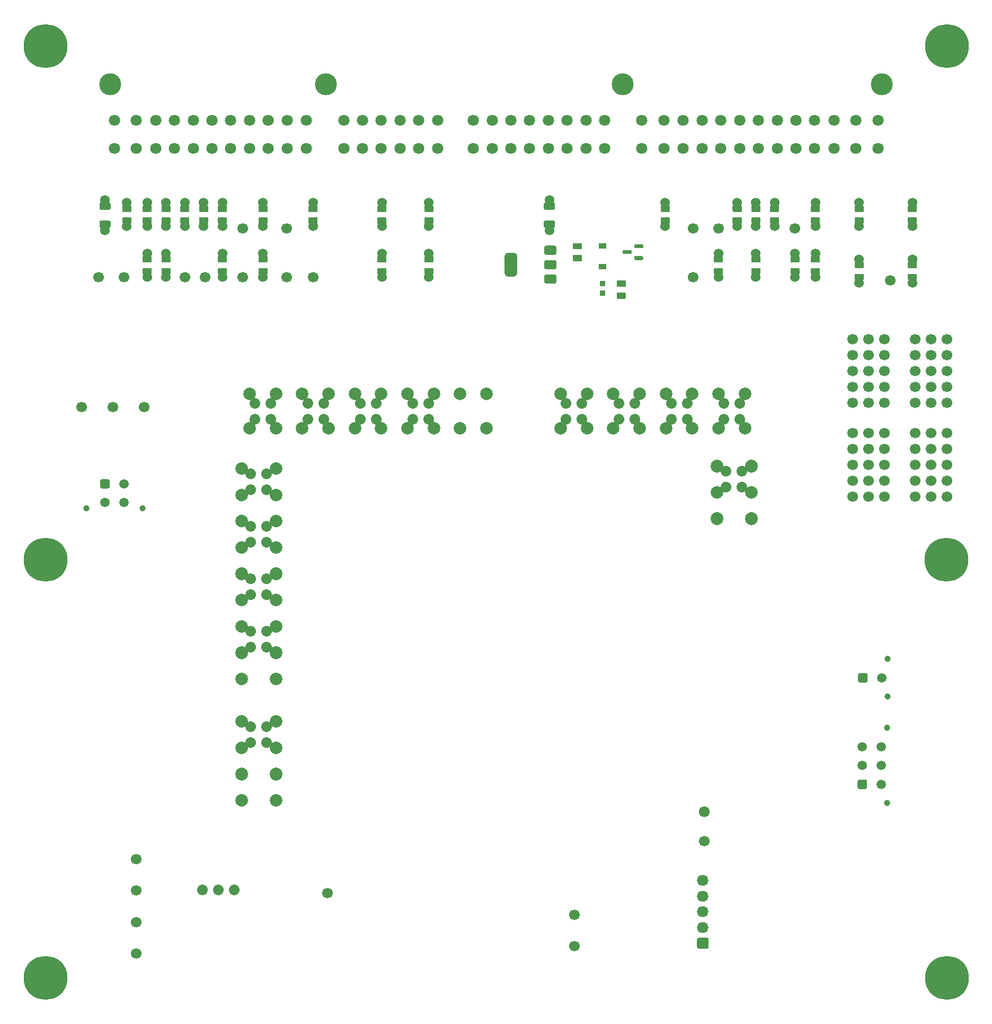
<source format=gts>
G75*
G70*
%OFA0B0*%
%FSLAX25Y25*%
%IPPOS*%
%LPD*%
%AMOC8*
5,1,8,0,0,1.08239X$1,22.5*
%
%ADD10C,0.06000*%
%ADD11C,0.06693*%
%ADD12C,0.05906*%
%ADD13C,0.27559*%
%ADD14C,0.07087*%
%ADD15C,0.07874*%
%ADD16O,0.07283X0.06693*%
%ADD21C,0.03937*%
%ADD24C,0.13780*%
%ADD36O,0.06693X0.06693*%
X0000000Y0000000D02*
%LPD*%
G01*
D10*
X0119094Y0492500D03*
G36*
G01*
X0121555Y0494291D02*
X0116634Y0494291D01*
G75*
G02*
X0116240Y0494685I0000000J0000394D01*
G01*
X0116240Y0497835D01*
G75*
G02*
X0116634Y0498228I0000394J0000000D01*
G01*
X0121555Y0498228D01*
G75*
G02*
X0121949Y0497835I0000000J-000394D01*
G01*
X0121949Y0494685D01*
G75*
G02*
X0121555Y0494291I-000394J0000000D01*
G01*
G37*
G36*
G01*
X0121555Y0501772D02*
X0116634Y0501772D01*
G75*
G02*
X0116240Y0502165I0000000J0000394D01*
G01*
X0116240Y0505315D01*
G75*
G02*
X0116634Y0505709I0000394J0000000D01*
G01*
X0121555Y0505709D01*
G75*
G02*
X0121949Y0505315I0000000J-000394D01*
G01*
X0121949Y0502165D01*
G75*
G02*
X0121555Y0501772I-000394J0000000D01*
G01*
G37*
X0119094Y0507500D03*
X0095472Y0492500D03*
G36*
G01*
X0097933Y0494291D02*
X0093012Y0494291D01*
G75*
G02*
X0092618Y0494685I0000000J0000394D01*
G01*
X0092618Y0497835D01*
G75*
G02*
X0093012Y0498228I0000394J0000000D01*
G01*
X0097933Y0498228D01*
G75*
G02*
X0098327Y0497835I0000000J-000394D01*
G01*
X0098327Y0494685D01*
G75*
G02*
X0097933Y0494291I-000394J0000000D01*
G01*
G37*
G36*
G01*
X0097933Y0501772D02*
X0093012Y0501772D01*
G75*
G02*
X0092618Y0502165I0000000J0000394D01*
G01*
X0092618Y0505315D01*
G75*
G02*
X0093012Y0505709I0000394J0000000D01*
G01*
X0097933Y0505709D01*
G75*
G02*
X0098327Y0505315I0000000J-000394D01*
G01*
X0098327Y0502165D01*
G75*
G02*
X0097933Y0501772I-000394J0000000D01*
G01*
G37*
X0095472Y0507500D03*
D11*
X0187992Y0460630D03*
D10*
X0466535Y0492500D03*
G36*
G01*
X0468996Y0494291D02*
X0464075Y0494291D01*
G75*
G02*
X0463681Y0494685I0000000J0000394D01*
G01*
X0463681Y0497835D01*
G75*
G02*
X0464075Y0498228I0000394J0000000D01*
G01*
X0468996Y0498228D01*
G75*
G02*
X0469390Y0497835I0000000J-000394D01*
G01*
X0469390Y0494685D01*
G75*
G02*
X0468996Y0494291I-000394J0000000D01*
G01*
G37*
G36*
G01*
X0468996Y0501772D02*
X0464075Y0501772D01*
G75*
G02*
X0463681Y0502165I0000000J0000394D01*
G01*
X0463681Y0505315D01*
G75*
G02*
X0464075Y0505709I0000394J0000000D01*
G01*
X0468996Y0505709D01*
G75*
G02*
X0469390Y0505315I0000000J-000394D01*
G01*
X0469390Y0502165D01*
G75*
G02*
X0468996Y0501772I-000394J0000000D01*
G01*
G37*
X0466535Y0507500D03*
D11*
X0076772Y0074803D03*
X0427165Y0460630D03*
D10*
X0454724Y0492500D03*
G36*
G01*
X0457185Y0494291D02*
X0452264Y0494291D01*
G75*
G02*
X0451870Y0494685I0000000J0000394D01*
G01*
X0451870Y0497835D01*
G75*
G02*
X0452264Y0498228I0000394J0000000D01*
G01*
X0457185Y0498228D01*
G75*
G02*
X0457579Y0497835I0000000J-000394D01*
G01*
X0457579Y0494685D01*
G75*
G02*
X0457185Y0494291I-000394J0000000D01*
G01*
G37*
G36*
G01*
X0457185Y0501772D02*
X0452264Y0501772D01*
G75*
G02*
X0451870Y0502165I0000000J0000394D01*
G01*
X0451870Y0505315D01*
G75*
G02*
X0452264Y0505709I0000394J0000000D01*
G01*
X0457185Y0505709D01*
G75*
G02*
X0457579Y0505315I0000000J-000394D01*
G01*
X0457579Y0502165D01*
G75*
G02*
X0457185Y0501772I-000394J0000000D01*
G01*
G37*
X0454724Y0507500D03*
X0187992Y0492500D03*
G36*
G01*
X0190453Y0494291D02*
X0185531Y0494291D01*
G75*
G02*
X0185138Y0494685I0000000J0000394D01*
G01*
X0185138Y0497835D01*
G75*
G02*
X0185531Y0498228I0000394J0000000D01*
G01*
X0190453Y0498228D01*
G75*
G02*
X0190846Y0497835I0000000J-000394D01*
G01*
X0190846Y0494685D01*
G75*
G02*
X0190453Y0494291I-000394J0000000D01*
G01*
G37*
G36*
G01*
X0190453Y0501772D02*
X0185531Y0501772D01*
G75*
G02*
X0185138Y0502165I0000000J0000394D01*
G01*
X0185138Y0505315D01*
G75*
G02*
X0185531Y0505709I0000394J0000000D01*
G01*
X0190453Y0505709D01*
G75*
G02*
X0190846Y0505315I0000000J-000394D01*
G01*
X0190846Y0502165D01*
G75*
G02*
X0190453Y0501772I-000394J0000000D01*
G01*
G37*
X0187992Y0507500D03*
X0491142Y0460630D03*
G36*
G01*
X0493602Y0462421D02*
X0488681Y0462421D01*
G75*
G02*
X0488287Y0462815I0000000J0000394D01*
G01*
X0488287Y0465965D01*
G75*
G02*
X0488681Y0466358I0000394J0000000D01*
G01*
X0493602Y0466358D01*
G75*
G02*
X0493996Y0465965I0000000J-000394D01*
G01*
X0493996Y0462815D01*
G75*
G02*
X0493602Y0462421I-000394J0000000D01*
G01*
G37*
G36*
G01*
X0493602Y0469902D02*
X0488681Y0469902D01*
G75*
G02*
X0488287Y0470295I0000000J0000394D01*
G01*
X0488287Y0473445D01*
G75*
G02*
X0488681Y0473839I0000394J0000000D01*
G01*
X0493602Y0473839D01*
G75*
G02*
X0493996Y0473445I0000000J-000394D01*
G01*
X0493996Y0470295D01*
G75*
G02*
X0493602Y0469902I-000394J0000000D01*
G01*
G37*
X0491142Y0475630D03*
X0156496Y0460630D03*
G36*
G01*
X0158957Y0462421D02*
X0154035Y0462421D01*
G75*
G02*
X0153642Y0462815I0000000J0000394D01*
G01*
X0153642Y0465965D01*
G75*
G02*
X0154035Y0466358I0000394J0000000D01*
G01*
X0158957Y0466358D01*
G75*
G02*
X0159350Y0465965I0000000J-000394D01*
G01*
X0159350Y0462815D01*
G75*
G02*
X0158957Y0462421I-000394J0000000D01*
G01*
G37*
G36*
G01*
X0158957Y0469902D02*
X0154035Y0469902D01*
G75*
G02*
X0153642Y0470295I0000000J0000394D01*
G01*
X0153642Y0473445D01*
G75*
G02*
X0154035Y0473839I0000394J0000000D01*
G01*
X0158957Y0473839D01*
G75*
G02*
X0159350Y0473445I0000000J-000394D01*
G01*
X0159350Y0470295D01*
G75*
G02*
X0158957Y0469902I-000394J0000000D01*
G01*
G37*
X0156496Y0475630D03*
D11*
X0053150Y0460630D03*
D10*
X0531496Y0457067D03*
G36*
G01*
X0533957Y0458858D02*
X0529035Y0458858D01*
G75*
G02*
X0528642Y0459252I0000000J0000394D01*
G01*
X0528642Y0462402D01*
G75*
G02*
X0529035Y0462795I0000394J0000000D01*
G01*
X0533957Y0462795D01*
G75*
G02*
X0534350Y0462402I0000000J-000394D01*
G01*
X0534350Y0459252D01*
G75*
G02*
X0533957Y0458858I-000394J0000000D01*
G01*
G37*
G36*
G01*
X0533957Y0466339D02*
X0529035Y0466339D01*
G75*
G02*
X0528642Y0466732I0000000J0000394D01*
G01*
X0528642Y0469882D01*
G75*
G02*
X0529035Y0470276I0000394J0000000D01*
G01*
X0533957Y0470276D01*
G75*
G02*
X0534350Y0469882I0000000J-000394D01*
G01*
X0534350Y0466732D01*
G75*
G02*
X0533957Y0466339I-000394J0000000D01*
G01*
G37*
X0531496Y0472067D03*
D11*
X0551181Y0458661D03*
X0076772Y0035433D03*
D10*
X0083661Y0460630D03*
G36*
G01*
X0086122Y0462421D02*
X0081201Y0462421D01*
G75*
G02*
X0080807Y0462815I0000000J0000394D01*
G01*
X0080807Y0465965D01*
G75*
G02*
X0081201Y0466358I0000394J0000000D01*
G01*
X0086122Y0466358D01*
G75*
G02*
X0086516Y0465965I0000000J-000394D01*
G01*
X0086516Y0462815D01*
G75*
G02*
X0086122Y0462421I-000394J0000000D01*
G01*
G37*
G36*
G01*
X0086122Y0469902D02*
X0081201Y0469902D01*
G75*
G02*
X0080807Y0470295I0000000J0000394D01*
G01*
X0080807Y0473445D01*
G75*
G02*
X0081201Y0473839I0000394J0000000D01*
G01*
X0086122Y0473839D01*
G75*
G02*
X0086516Y0473445I0000000J-000394D01*
G01*
X0086516Y0470295D01*
G75*
G02*
X0086122Y0469902I-000394J0000000D01*
G01*
G37*
X0083661Y0475630D03*
X0130906Y0492500D03*
G36*
G01*
X0133366Y0494291D02*
X0128445Y0494291D01*
G75*
G02*
X0128051Y0494685I0000000J0000394D01*
G01*
X0128051Y0497835D01*
G75*
G02*
X0128445Y0498228I0000394J0000000D01*
G01*
X0133366Y0498228D01*
G75*
G02*
X0133760Y0497835I0000000J-000394D01*
G01*
X0133760Y0494685D01*
G75*
G02*
X0133366Y0494291I-000394J0000000D01*
G01*
G37*
G36*
G01*
X0133366Y0501772D02*
X0128445Y0501772D01*
G75*
G02*
X0128051Y0502165I0000000J0000394D01*
G01*
X0128051Y0505315D01*
G75*
G02*
X0128445Y0505709I0000394J0000000D01*
G01*
X0133366Y0505709D01*
G75*
G02*
X0133760Y0505315I0000000J-000394D01*
G01*
X0133760Y0502165D01*
G75*
G02*
X0133366Y0501772I-000394J0000000D01*
G01*
G37*
X0130906Y0507500D03*
D11*
X0120079Y0460630D03*
D10*
X0156496Y0492500D03*
G36*
G01*
X0158957Y0494291D02*
X0154035Y0494291D01*
G75*
G02*
X0153642Y0494685I0000000J0000394D01*
G01*
X0153642Y0497835D01*
G75*
G02*
X0154035Y0498228I0000394J0000000D01*
G01*
X0158957Y0498228D01*
G75*
G02*
X0159350Y0497835I0000000J-000394D01*
G01*
X0159350Y0494685D01*
G75*
G02*
X0158957Y0494291I-000394J0000000D01*
G01*
G37*
G36*
G01*
X0158957Y0501772D02*
X0154035Y0501772D01*
G75*
G02*
X0153642Y0502165I0000000J0000394D01*
G01*
X0153642Y0505315D01*
G75*
G02*
X0154035Y0505709I0000394J0000000D01*
G01*
X0158957Y0505709D01*
G75*
G02*
X0159350Y0505315I0000000J-000394D01*
G01*
X0159350Y0502165D01*
G75*
G02*
X0158957Y0501772I-000394J0000000D01*
G01*
G37*
X0156496Y0507500D03*
G36*
G01*
X0368071Y0482087D02*
X0372087Y0482087D01*
G75*
G02*
X0372441Y0481732I0000000J-000354D01*
G01*
X0372441Y0478898D01*
G75*
G02*
X0372087Y0478543I-000354J0000000D01*
G01*
X0368071Y0478543D01*
G75*
G02*
X0367717Y0478898I0000000J0000354D01*
G01*
X0367717Y0481732D01*
G75*
G02*
X0368071Y0482087I0000354J0000000D01*
G01*
G37*
G36*
G01*
X0368071Y0469094D02*
X0372087Y0469094D01*
G75*
G02*
X0372441Y0468740I0000000J-000354D01*
G01*
X0372441Y0465906D01*
G75*
G02*
X0372087Y0465551I-000354J0000000D01*
G01*
X0368071Y0465551D01*
G75*
G02*
X0367717Y0465906I0000000J0000354D01*
G01*
X0367717Y0468740D01*
G75*
G02*
X0368071Y0469094I0000354J0000000D01*
G01*
G37*
D21*
X0045276Y0315197D03*
X0080709Y0315197D03*
G36*
G01*
X0054134Y0328740D02*
X0054134Y0332677D01*
G75*
G02*
X0055118Y0333661I0000984J0000000D01*
G01*
X0059055Y0333661D01*
G75*
G02*
X0060039Y0332677I0000000J-000984D01*
G01*
X0060039Y0328740D01*
G75*
G02*
X0059055Y0327756I-000984J0000000D01*
G01*
X0055118Y0327756D01*
G75*
G02*
X0054134Y0328740I0000000J0000984D01*
G01*
G37*
D12*
X0068898Y0330709D03*
X0057087Y0318898D03*
X0068898Y0318898D03*
D10*
X0478346Y0492500D03*
G36*
G01*
X0480807Y0494291D02*
X0475886Y0494291D01*
G75*
G02*
X0475492Y0494685I0000000J0000394D01*
G01*
X0475492Y0497835D01*
G75*
G02*
X0475886Y0498228I0000394J0000000D01*
G01*
X0480807Y0498228D01*
G75*
G02*
X0481201Y0497835I0000000J-000394D01*
G01*
X0481201Y0494685D01*
G75*
G02*
X0480807Y0494291I-000394J0000000D01*
G01*
G37*
G36*
G01*
X0480807Y0501772D02*
X0475886Y0501772D01*
G75*
G02*
X0475492Y0502165I0000000J0000394D01*
G01*
X0475492Y0505315D01*
G75*
G02*
X0475886Y0505709I0000394J0000000D01*
G01*
X0480807Y0505709D01*
G75*
G02*
X0481201Y0505315I0000000J-000394D01*
G01*
X0481201Y0502165D01*
G75*
G02*
X0480807Y0501772I-000394J0000000D01*
G01*
G37*
X0478346Y0507500D03*
X0466535Y0460630D03*
G36*
G01*
X0468996Y0462421D02*
X0464075Y0462421D01*
G75*
G02*
X0463681Y0462815I0000000J0000394D01*
G01*
X0463681Y0465965D01*
G75*
G02*
X0464075Y0466358I0000394J0000000D01*
G01*
X0468996Y0466358D01*
G75*
G02*
X0469390Y0465965I0000000J-000394D01*
G01*
X0469390Y0462815D01*
G75*
G02*
X0468996Y0462421I-000394J0000000D01*
G01*
G37*
G36*
G01*
X0468996Y0469902D02*
X0464075Y0469902D01*
G75*
G02*
X0463681Y0470295I0000000J0000394D01*
G01*
X0463681Y0473445D01*
G75*
G02*
X0464075Y0473839I0000394J0000000D01*
G01*
X0468996Y0473839D01*
G75*
G02*
X0469390Y0473445I0000000J-000394D01*
G01*
X0469390Y0470295D01*
G75*
G02*
X0468996Y0469902I-000394J0000000D01*
G01*
G37*
X0466535Y0475630D03*
D11*
X0081693Y0378937D03*
X0171260Y0460630D03*
D10*
X0564961Y0457067D03*
G36*
G01*
X0567421Y0458858D02*
X0562500Y0458858D01*
G75*
G02*
X0562106Y0459252I0000000J0000394D01*
G01*
X0562106Y0462402D01*
G75*
G02*
X0562500Y0462795I0000394J0000000D01*
G01*
X0567421Y0462795D01*
G75*
G02*
X0567815Y0462402I0000000J-000394D01*
G01*
X0567815Y0459252D01*
G75*
G02*
X0567421Y0458858I-000394J0000000D01*
G01*
G37*
G36*
G01*
X0567421Y0466339D02*
X0562500Y0466339D01*
G75*
G02*
X0562106Y0466732I0000000J0000394D01*
G01*
X0562106Y0469882D01*
G75*
G02*
X0562500Y0470276I0000394J0000000D01*
G01*
X0567421Y0470276D01*
G75*
G02*
X0567815Y0469882I0000000J-000394D01*
G01*
X0567815Y0466732D01*
G75*
G02*
X0567421Y0466339I-000394J0000000D01*
G01*
G37*
X0564961Y0472067D03*
D11*
X0566772Y0381575D03*
X0566772Y0391575D03*
X0566772Y0401575D03*
X0566772Y0411575D03*
X0566772Y0421575D03*
X0576772Y0381575D03*
X0576772Y0391575D03*
X0576772Y0401575D03*
X0576772Y0411575D03*
X0576772Y0421575D03*
X0586772Y0381575D03*
X0586772Y0391575D03*
X0586772Y0401575D03*
X0586772Y0411575D03*
X0586772Y0421575D03*
D10*
X0442913Y0460630D03*
G36*
G01*
X0445374Y0462421D02*
X0440453Y0462421D01*
G75*
G02*
X0440059Y0462815I0000000J0000394D01*
G01*
X0440059Y0465965D01*
G75*
G02*
X0440453Y0466358I0000394J0000000D01*
G01*
X0445374Y0466358D01*
G75*
G02*
X0445768Y0465965I0000000J-000394D01*
G01*
X0445768Y0462815D01*
G75*
G02*
X0445374Y0462421I-000394J0000000D01*
G01*
G37*
G36*
G01*
X0445374Y0469902D02*
X0440453Y0469902D01*
G75*
G02*
X0440059Y0470295I0000000J0000394D01*
G01*
X0440059Y0473445D01*
G75*
G02*
X0440453Y0473839I0000394J0000000D01*
G01*
X0445374Y0473839D01*
G75*
G02*
X0445768Y0473445I0000000J-000394D01*
G01*
X0445768Y0470295D01*
G75*
G02*
X0445374Y0469902I-000394J0000000D01*
G01*
G37*
X0442913Y0475630D03*
G36*
G01*
X0395768Y0473228D02*
X0395768Y0472047D01*
G75*
G02*
X0395177Y0471457I-000591J0000000D01*
G01*
X0390551Y0471457D01*
G75*
G02*
X0389961Y0472047I0000000J0000591D01*
G01*
X0389961Y0473228D01*
G75*
G02*
X0390551Y0473819I0000591J0000000D01*
G01*
X0395177Y0473819D01*
G75*
G02*
X0395768Y0473228I0000000J-000591D01*
G01*
G37*
G36*
G01*
X0388386Y0476968D02*
X0388386Y0475787D01*
G75*
G02*
X0387795Y0475197I-000591J0000000D01*
G01*
X0383169Y0475197D01*
G75*
G02*
X0382579Y0475787I0000000J0000591D01*
G01*
X0382579Y0476968D01*
G75*
G02*
X0383169Y0477559I0000591J0000000D01*
G01*
X0387795Y0477559D01*
G75*
G02*
X0388386Y0476968I0000000J-000591D01*
G01*
G37*
G36*
G01*
X0395768Y0480709D02*
X0395768Y0479528D01*
G75*
G02*
X0395177Y0478937I-000591J0000000D01*
G01*
X0390551Y0478937D01*
G75*
G02*
X0389961Y0479528I0000000J0000591D01*
G01*
X0389961Y0480709D01*
G75*
G02*
X0390551Y0481299I0000591J0000000D01*
G01*
X0395177Y0481299D01*
G75*
G02*
X0395768Y0480709I0000000J-000591D01*
G01*
G37*
D21*
X0548976Y0129921D03*
X0548976Y0177165D03*
G36*
G01*
X0535433Y0138780D02*
X0531496Y0138780D01*
G75*
G02*
X0530512Y0139764I0000000J0000984D01*
G01*
X0530512Y0143701D01*
G75*
G02*
X0531496Y0144685I0000984J0000000D01*
G01*
X0535433Y0144685D01*
G75*
G02*
X0536417Y0143701I0000000J-000984D01*
G01*
X0536417Y0139764D01*
G75*
G02*
X0535433Y0138780I-000984J0000000D01*
G01*
G37*
D12*
X0533465Y0153543D03*
X0533465Y0165354D03*
X0545276Y0141732D03*
X0545276Y0153543D03*
X0545276Y0165354D03*
D13*
X0586614Y0605906D03*
G36*
G01*
X0351870Y0482087D02*
X0356791Y0482087D01*
G75*
G02*
X0357185Y0481693I0000000J-000394D01*
G01*
X0357185Y0478543D01*
G75*
G02*
X0356791Y0478150I-000394J0000000D01*
G01*
X0351870Y0478150D01*
G75*
G02*
X0351476Y0478543I0000000J0000394D01*
G01*
X0351476Y0481693D01*
G75*
G02*
X0351870Y0482087I0000394J0000000D01*
G01*
G37*
G36*
G01*
X0351870Y0474606D02*
X0356791Y0474606D01*
G75*
G02*
X0357185Y0474213I0000000J-000394D01*
G01*
X0357185Y0471063D01*
G75*
G02*
X0356791Y0470669I-000394J0000000D01*
G01*
X0351870Y0470669D01*
G75*
G02*
X0351476Y0471063I0000000J0000394D01*
G01*
X0351476Y0474213D01*
G75*
G02*
X0351870Y0474606I0000394J0000000D01*
G01*
G37*
X0019685Y0283071D03*
D10*
X0107283Y0492500D03*
G36*
G01*
X0109744Y0494291D02*
X0104823Y0494291D01*
G75*
G02*
X0104429Y0494685I0000000J0000394D01*
G01*
X0104429Y0497835D01*
G75*
G02*
X0104823Y0498228I0000394J0000000D01*
G01*
X0109744Y0498228D01*
G75*
G02*
X0110138Y0497835I0000000J-000394D01*
G01*
X0110138Y0494685D01*
G75*
G02*
X0109744Y0494291I-000394J0000000D01*
G01*
G37*
G36*
G01*
X0109744Y0501772D02*
X0104823Y0501772D01*
G75*
G02*
X0104429Y0502165I0000000J0000394D01*
G01*
X0104429Y0505315D01*
G75*
G02*
X0104823Y0505709I0000394J0000000D01*
G01*
X0109744Y0505709D01*
G75*
G02*
X0110138Y0505315I0000000J-000394D01*
G01*
X0110138Y0502165D01*
G75*
G02*
X0109744Y0501772I-000394J0000000D01*
G01*
G37*
X0107283Y0507500D03*
X0503937Y0460630D03*
G36*
G01*
X0506398Y0462421D02*
X0501476Y0462421D01*
G75*
G02*
X0501083Y0462815I0000000J0000394D01*
G01*
X0501083Y0465965D01*
G75*
G02*
X0501476Y0466358I0000394J0000000D01*
G01*
X0506398Y0466358D01*
G75*
G02*
X0506791Y0465965I0000000J-000394D01*
G01*
X0506791Y0462815D01*
G75*
G02*
X0506398Y0462421I-000394J0000000D01*
G01*
G37*
G36*
G01*
X0506398Y0469902D02*
X0501476Y0469902D01*
G75*
G02*
X0501083Y0470295I0000000J0000394D01*
G01*
X0501083Y0473445D01*
G75*
G02*
X0501476Y0473839I0000394J0000000D01*
G01*
X0506398Y0473839D01*
G75*
G02*
X0506791Y0473445I0000000J-000394D01*
G01*
X0506791Y0470295D01*
G75*
G02*
X0506398Y0469902I-000394J0000000D01*
G01*
G37*
X0503937Y0475630D03*
G36*
G01*
X0371417Y0448799D02*
X0368740Y0448799D01*
G75*
G02*
X0368406Y0449134I0000000J0000335D01*
G01*
X0368406Y0451811D01*
G75*
G02*
X0368740Y0452146I0000335J0000000D01*
G01*
X0371417Y0452146D01*
G75*
G02*
X0371752Y0451811I0000000J-000335D01*
G01*
X0371752Y0449134D01*
G75*
G02*
X0371417Y0448799I-000335J0000000D01*
G01*
G37*
G36*
G01*
X0371417Y0455020D02*
X0368740Y0455020D01*
G75*
G02*
X0368406Y0455354I0000000J0000335D01*
G01*
X0368406Y0458031D01*
G75*
G02*
X0368740Y0458366I0000335J0000000D01*
G01*
X0371417Y0458366D01*
G75*
G02*
X0371752Y0458031I0000000J-000335D01*
G01*
X0371752Y0455354D01*
G75*
G02*
X0371417Y0455020I-000335J0000000D01*
G01*
G37*
X0083661Y0492500D03*
G36*
G01*
X0086122Y0494291D02*
X0081201Y0494291D01*
G75*
G02*
X0080807Y0494685I0000000J0000394D01*
G01*
X0080807Y0497835D01*
G75*
G02*
X0081201Y0498228I0000394J0000000D01*
G01*
X0086122Y0498228D01*
G75*
G02*
X0086516Y0497835I0000000J-000394D01*
G01*
X0086516Y0494685D01*
G75*
G02*
X0086122Y0494291I-000394J0000000D01*
G01*
G37*
G36*
G01*
X0086122Y0501772D02*
X0081201Y0501772D01*
G75*
G02*
X0080807Y0502165I0000000J0000394D01*
G01*
X0080807Y0505315D01*
G75*
G02*
X0081201Y0505709I0000394J0000000D01*
G01*
X0086122Y0505709D01*
G75*
G02*
X0086516Y0505315I0000000J-000394D01*
G01*
X0086516Y0502165D01*
G75*
G02*
X0086122Y0501772I-000394J0000000D01*
G01*
G37*
X0083661Y0507500D03*
X0231299Y0460630D03*
G36*
G01*
X0233760Y0462421D02*
X0228839Y0462421D01*
G75*
G02*
X0228445Y0462815I0000000J0000394D01*
G01*
X0228445Y0465965D01*
G75*
G02*
X0228839Y0466358I0000394J0000000D01*
G01*
X0233760Y0466358D01*
G75*
G02*
X0234154Y0465965I0000000J-000394D01*
G01*
X0234154Y0462815D01*
G75*
G02*
X0233760Y0462421I-000394J0000000D01*
G01*
G37*
G36*
G01*
X0233760Y0469902D02*
X0228839Y0469902D01*
G75*
G02*
X0228445Y0470295I0000000J0000394D01*
G01*
X0228445Y0473445D01*
G75*
G02*
X0228839Y0473839I0000394J0000000D01*
G01*
X0233760Y0473839D01*
G75*
G02*
X0234154Y0473445I0000000J-000394D01*
G01*
X0234154Y0470295D01*
G75*
G02*
X0233760Y0469902I-000394J0000000D01*
G01*
G37*
X0231299Y0475630D03*
D11*
X0068898Y0460630D03*
X0062008Y0378937D03*
D10*
X0057087Y0509272D03*
G36*
G01*
X0053543Y0503976D02*
X0053543Y0506693D01*
G75*
G02*
X0054449Y0507598I0000906J0000000D01*
G01*
X0059724Y0507598D01*
G75*
G02*
X0060630Y0506693I0000000J-000906D01*
G01*
X0060630Y0503976D01*
G75*
G02*
X0059724Y0503071I-000906J0000000D01*
G01*
X0054449Y0503071D01*
G75*
G02*
X0053543Y0503976I0000000J0000906D01*
G01*
G37*
G36*
G01*
X0053543Y0492559D02*
X0053543Y0495276D01*
G75*
G02*
X0054449Y0496181I0000906J0000000D01*
G01*
X0059724Y0496181D01*
G75*
G02*
X0060630Y0495276I0000000J-000906D01*
G01*
X0060630Y0492559D01*
G75*
G02*
X0059724Y0491654I-000906J0000000D01*
G01*
X0054449Y0491654D01*
G75*
G02*
X0053543Y0492559I0000000J0000906D01*
G01*
G37*
X0057087Y0489980D03*
D11*
X0427165Y0491142D03*
D10*
X0095472Y0460630D03*
G36*
G01*
X0097933Y0462421D02*
X0093012Y0462421D01*
G75*
G02*
X0092618Y0462815I0000000J0000394D01*
G01*
X0092618Y0465965D01*
G75*
G02*
X0093012Y0466358I0000394J0000000D01*
G01*
X0097933Y0466358D01*
G75*
G02*
X0098327Y0465965I0000000J-000394D01*
G01*
X0098327Y0462815D01*
G75*
G02*
X0097933Y0462421I-000394J0000000D01*
G01*
G37*
G36*
G01*
X0097933Y0469902D02*
X0093012Y0469902D01*
G75*
G02*
X0092618Y0470295I0000000J0000394D01*
G01*
X0092618Y0473445D01*
G75*
G02*
X0093012Y0473839I0000394J0000000D01*
G01*
X0097933Y0473839D01*
G75*
G02*
X0098327Y0473445I0000000J-000394D01*
G01*
X0098327Y0470295D01*
G75*
G02*
X0097933Y0469902I-000394J0000000D01*
G01*
G37*
X0095472Y0475630D03*
D11*
X0527402Y0381575D03*
X0527402Y0391575D03*
X0527402Y0401575D03*
X0527402Y0411575D03*
X0527402Y0421575D03*
X0537402Y0381575D03*
X0537402Y0391575D03*
X0537402Y0401575D03*
X0537402Y0411575D03*
X0537402Y0421575D03*
X0547402Y0381575D03*
X0547402Y0391575D03*
X0547402Y0401575D03*
X0547402Y0411575D03*
X0547402Y0421575D03*
D10*
X0231299Y0492500D03*
G36*
G01*
X0233760Y0494291D02*
X0228839Y0494291D01*
G75*
G02*
X0228445Y0494685I0000000J0000394D01*
G01*
X0228445Y0497835D01*
G75*
G02*
X0228839Y0498228I0000394J0000000D01*
G01*
X0233760Y0498228D01*
G75*
G02*
X0234154Y0497835I0000000J-000394D01*
G01*
X0234154Y0494685D01*
G75*
G02*
X0233760Y0494291I-000394J0000000D01*
G01*
G37*
G36*
G01*
X0233760Y0501772D02*
X0228839Y0501772D01*
G75*
G02*
X0228445Y0502165I0000000J0000394D01*
G01*
X0228445Y0505315D01*
G75*
G02*
X0228839Y0505709I0000394J0000000D01*
G01*
X0233760Y0505709D01*
G75*
G02*
X0234154Y0505315I0000000J-000394D01*
G01*
X0234154Y0502165D01*
G75*
G02*
X0233760Y0501772I-000394J0000000D01*
G01*
G37*
X0231299Y0507500D03*
D11*
X0527402Y0322520D03*
X0527402Y0332520D03*
X0527402Y0342520D03*
X0527402Y0352520D03*
X0527402Y0362520D03*
X0537402Y0322520D03*
X0537402Y0332520D03*
X0537402Y0342520D03*
X0537402Y0352520D03*
X0537402Y0362520D03*
X0547402Y0322520D03*
X0547402Y0332520D03*
X0547402Y0342520D03*
X0547402Y0352520D03*
X0547402Y0362520D03*
D24*
X0060398Y0581810D03*
X0196027Y0581810D03*
X0382642Y0581810D03*
X0545831Y0581810D03*
D14*
X0062957Y0541650D03*
X0076727Y0541650D03*
X0088937Y0541650D03*
X0100747Y0541650D03*
X0112557Y0541650D03*
X0124367Y0541650D03*
X0136177Y0541650D03*
X0147987Y0541650D03*
X0159797Y0541650D03*
X0171607Y0541650D03*
X0183817Y0541650D03*
X0062957Y0559370D03*
X0076727Y0559370D03*
X0088937Y0559370D03*
X0100747Y0559370D03*
X0112557Y0559370D03*
X0124367Y0559370D03*
X0136177Y0559370D03*
X0147987Y0559370D03*
X0159797Y0559370D03*
X0171607Y0559370D03*
X0183817Y0559370D03*
X0288744Y0541650D03*
X0300554Y0541650D03*
X0312364Y0541650D03*
X0324174Y0541650D03*
X0335994Y0541650D03*
X0347804Y0541650D03*
X0359614Y0541650D03*
X0371424Y0541650D03*
X0288744Y0559370D03*
X0300554Y0559370D03*
X0312364Y0559370D03*
X0324174Y0559370D03*
X0335994Y0559370D03*
X0347804Y0559370D03*
X0359614Y0559370D03*
X0371424Y0559370D03*
X0394834Y0541650D03*
X0408614Y0541650D03*
X0420834Y0541650D03*
X0432644Y0541650D03*
X0444454Y0541650D03*
X0456264Y0541650D03*
X0468074Y0541650D03*
X0479884Y0541650D03*
X0491694Y0541650D03*
X0503504Y0541650D03*
X0515714Y0541650D03*
X0529494Y0541650D03*
X0543274Y0541650D03*
X0394834Y0559370D03*
X0408614Y0559370D03*
X0420834Y0559370D03*
X0432644Y0559370D03*
X0444454Y0559370D03*
X0456264Y0559370D03*
X0468074Y0559370D03*
X0479884Y0559370D03*
X0491694Y0559370D03*
X0503504Y0559370D03*
X0515714Y0559370D03*
X0529494Y0559370D03*
X0543274Y0559370D03*
X0207248Y0541650D03*
X0219058Y0541650D03*
X0230868Y0541650D03*
X0242678Y0541650D03*
X0254498Y0541650D03*
X0266308Y0541650D03*
X0207248Y0559370D03*
X0219058Y0559370D03*
X0230868Y0559370D03*
X0242678Y0559370D03*
X0254498Y0559370D03*
X0266308Y0559370D03*
D13*
X0586420Y0283071D03*
X0586614Y0020079D03*
D11*
X0566772Y0322520D03*
X0566772Y0332520D03*
X0566772Y0342520D03*
X0566772Y0352520D03*
X0566772Y0362520D03*
X0576772Y0322520D03*
X0576772Y0332520D03*
X0576772Y0342520D03*
X0576772Y0352520D03*
X0576772Y0362520D03*
X0586772Y0322520D03*
X0586772Y0332520D03*
X0586772Y0342520D03*
X0586772Y0352520D03*
X0586772Y0362520D03*
X0442913Y0491142D03*
D10*
X0130906Y0460630D03*
G36*
G01*
X0133366Y0462421D02*
X0128445Y0462421D01*
G75*
G02*
X0128051Y0462815I0000000J0000394D01*
G01*
X0128051Y0465965D01*
G75*
G02*
X0128445Y0466358I0000394J0000000D01*
G01*
X0133366Y0466358D01*
G75*
G02*
X0133760Y0465965I0000000J-000394D01*
G01*
X0133760Y0462815D01*
G75*
G02*
X0133366Y0462421I-000394J0000000D01*
G01*
G37*
G36*
G01*
X0133366Y0469902D02*
X0128445Y0469902D01*
G75*
G02*
X0128051Y0470295I0000000J0000394D01*
G01*
X0128051Y0473445D01*
G75*
G02*
X0128445Y0473839I0000394J0000000D01*
G01*
X0133366Y0473839D01*
G75*
G02*
X0133760Y0473445I0000000J-000394D01*
G01*
X0133760Y0470295D01*
G75*
G02*
X0133366Y0469902I-000394J0000000D01*
G01*
G37*
X0130906Y0475630D03*
X0531496Y0492500D03*
G36*
G01*
X0533957Y0494291D02*
X0529035Y0494291D01*
G75*
G02*
X0528642Y0494685I0000000J0000394D01*
G01*
X0528642Y0497835D01*
G75*
G02*
X0529035Y0498228I0000394J0000000D01*
G01*
X0533957Y0498228D01*
G75*
G02*
X0534350Y0497835I0000000J-000394D01*
G01*
X0534350Y0494685D01*
G75*
G02*
X0533957Y0494291I-000394J0000000D01*
G01*
G37*
G36*
G01*
X0533957Y0501772D02*
X0529035Y0501772D01*
G75*
G02*
X0528642Y0502165I0000000J0000394D01*
G01*
X0528642Y0505315D01*
G75*
G02*
X0529035Y0505709I0000394J0000000D01*
G01*
X0533957Y0505709D01*
G75*
G02*
X0534350Y0505315I0000000J-000394D01*
G01*
X0534350Y0502165D01*
G75*
G02*
X0533957Y0501772I-000394J0000000D01*
G01*
G37*
X0531496Y0507500D03*
D15*
X0142914Y0131546D03*
X0142914Y0148081D03*
X0142914Y0164616D03*
D11*
X0148819Y0167963D03*
D15*
X0142914Y0181152D03*
D11*
X0148819Y0177963D03*
D15*
X0164567Y0131546D03*
X0164567Y0148081D03*
D11*
X0158819Y0167963D03*
D15*
X0164567Y0164616D03*
D11*
X0158819Y0177963D03*
D15*
X0164567Y0181152D03*
X0142914Y0207923D03*
X0142914Y0224459D03*
D11*
X0148819Y0227805D03*
D15*
X0142914Y0240994D03*
D11*
X0148819Y0237805D03*
D15*
X0142914Y0257530D03*
D11*
X0148819Y0260876D03*
D15*
X0142914Y0274065D03*
D11*
X0148819Y0270876D03*
D15*
X0142914Y0290601D03*
D11*
X0148819Y0293947D03*
D15*
X0142914Y0307136D03*
D11*
X0148819Y0303947D03*
D15*
X0142914Y0323672D03*
D11*
X0148819Y0327018D03*
D15*
X0142914Y0340207D03*
D11*
X0148819Y0337018D03*
D15*
X0164567Y0207923D03*
D11*
X0158819Y0227805D03*
D15*
X0164567Y0224459D03*
D11*
X0158819Y0237805D03*
D15*
X0164567Y0240994D03*
D11*
X0158819Y0260876D03*
D15*
X0164567Y0257530D03*
D11*
X0158819Y0270876D03*
D15*
X0164567Y0274065D03*
D11*
X0158819Y0293947D03*
D15*
X0164567Y0290601D03*
D11*
X0158819Y0303947D03*
D15*
X0164567Y0307136D03*
D11*
X0158819Y0327018D03*
D15*
X0164567Y0323672D03*
D11*
X0158819Y0337018D03*
D15*
X0164567Y0340207D03*
X0148130Y0387156D03*
D11*
X0151477Y0381250D03*
X0161477Y0381250D03*
D15*
X0164666Y0387156D03*
X0181201Y0387156D03*
D11*
X0184548Y0381250D03*
X0194548Y0381250D03*
D15*
X0197737Y0387156D03*
X0214272Y0387156D03*
D11*
X0217619Y0381250D03*
X0227619Y0381250D03*
D15*
X0230808Y0387156D03*
X0247343Y0387156D03*
D11*
X0250689Y0381250D03*
X0260689Y0381250D03*
D15*
X0263878Y0387156D03*
X0280414Y0387156D03*
X0296949Y0387156D03*
X0148130Y0365502D03*
D11*
X0151477Y0371250D03*
X0161477Y0371250D03*
D15*
X0164666Y0365502D03*
X0181201Y0365502D03*
D11*
X0184548Y0371250D03*
X0194548Y0371250D03*
D15*
X0197737Y0365502D03*
X0214272Y0365502D03*
D11*
X0217619Y0371250D03*
X0227619Y0371250D03*
D15*
X0230808Y0365502D03*
X0247343Y0365502D03*
D11*
X0250689Y0371250D03*
X0260689Y0371250D03*
D15*
X0263878Y0365502D03*
X0280414Y0365502D03*
X0296949Y0365502D03*
X0343800Y0387156D03*
D11*
X0347146Y0381250D03*
X0357146Y0381250D03*
D15*
X0360335Y0387156D03*
X0376871Y0387156D03*
D11*
X0380217Y0381250D03*
X0390217Y0381250D03*
D15*
X0393406Y0387156D03*
X0409941Y0387156D03*
D11*
X0413288Y0381250D03*
X0423288Y0381250D03*
D15*
X0426477Y0387156D03*
X0443012Y0387156D03*
D11*
X0446359Y0381250D03*
X0456359Y0381250D03*
D15*
X0459548Y0387156D03*
X0343800Y0365502D03*
D11*
X0347146Y0371250D03*
X0357146Y0371250D03*
D15*
X0360335Y0365502D03*
X0376871Y0365502D03*
D11*
X0380217Y0371250D03*
X0390217Y0371250D03*
D15*
X0393406Y0365502D03*
X0409941Y0365502D03*
D11*
X0413288Y0371250D03*
X0423288Y0371250D03*
D15*
X0426477Y0365502D03*
X0443012Y0365502D03*
D11*
X0446359Y0371250D03*
X0456359Y0371250D03*
D15*
X0459548Y0365502D03*
D11*
X0457835Y0338593D03*
D15*
X0463583Y0341782D03*
D11*
X0457835Y0328593D03*
D15*
X0463583Y0325246D03*
X0463583Y0308711D03*
X0441930Y0341782D03*
D11*
X0447835Y0338593D03*
D15*
X0441930Y0325246D03*
D11*
X0447835Y0328593D03*
D15*
X0441930Y0308711D03*
G36*
G01*
X0435827Y0038435D02*
X0430512Y0038435D01*
G75*
G02*
X0429528Y0039420I0000000J0000984D01*
G01*
X0429528Y0044144D01*
G75*
G02*
X0430512Y0045128I0000984J0000000D01*
G01*
X0435827Y0045128D01*
G75*
G02*
X0436812Y0044144I0000000J-000984D01*
G01*
X0436812Y0039420D01*
G75*
G02*
X0435827Y0038435I-000984J0000000D01*
G01*
G37*
D16*
X0433170Y0051624D03*
X0433170Y0061467D03*
X0433170Y0071309D03*
X0433170Y0081152D03*
D11*
X0352461Y0039813D03*
X0352461Y0059498D03*
X0433957Y0124459D03*
X0433957Y0105955D03*
X0128209Y0075246D03*
X0138209Y0075246D03*
X0118209Y0075246D03*
X0196949Y0073278D03*
X0143701Y0491142D03*
D10*
X0070866Y0492500D03*
G36*
G01*
X0073327Y0494291D02*
X0068406Y0494291D01*
G75*
G02*
X0068012Y0494685I0000000J0000394D01*
G01*
X0068012Y0497835D01*
G75*
G02*
X0068406Y0498228I0000394J0000000D01*
G01*
X0073327Y0498228D01*
G75*
G02*
X0073720Y0497835I0000000J-000394D01*
G01*
X0073720Y0494685D01*
G75*
G02*
X0073327Y0494291I-000394J0000000D01*
G01*
G37*
G36*
G01*
X0073327Y0501772D02*
X0068406Y0501772D01*
G75*
G02*
X0068012Y0502165I0000000J0000394D01*
G01*
X0068012Y0505315D01*
G75*
G02*
X0068406Y0505709I0000394J0000000D01*
G01*
X0073327Y0505709D01*
G75*
G02*
X0073720Y0505315I0000000J-000394D01*
G01*
X0073720Y0502165D01*
G75*
G02*
X0073327Y0501772I-000394J0000000D01*
G01*
G37*
X0070866Y0507500D03*
D11*
X0171260Y0491142D03*
D13*
X0019685Y0020079D03*
G36*
G01*
X0341142Y0460925D02*
X0341142Y0457972D01*
G75*
G02*
X0339665Y0456496I-001476J0000000D01*
G01*
X0334744Y0456496D01*
G75*
G02*
X0333268Y0457972I0000000J0001476D01*
G01*
X0333268Y0460925D01*
G75*
G02*
X0334744Y0462402I0001476J0000000D01*
G01*
X0339665Y0462402D01*
G75*
G02*
X0341142Y0460925I0000000J-001476D01*
G01*
G37*
G36*
G01*
X0341142Y0469980D02*
X0341142Y0467028D01*
G75*
G02*
X0339665Y0465551I-001476J0000000D01*
G01*
X0334744Y0465551D01*
G75*
G02*
X0333268Y0467028I0000000J0001476D01*
G01*
X0333268Y0469980D01*
G75*
G02*
X0334744Y0471457I0001476J0000000D01*
G01*
X0339665Y0471457D01*
G75*
G02*
X0341142Y0469980I0000000J-001476D01*
G01*
G37*
G36*
G01*
X0341142Y0479035D02*
X0341142Y0476083D01*
G75*
G02*
X0339665Y0474606I-001476J0000000D01*
G01*
X0334744Y0474606D01*
G75*
G02*
X0333268Y0476083I0000000J0001476D01*
G01*
X0333268Y0479035D01*
G75*
G02*
X0334744Y0480512I0001476J0000000D01*
G01*
X0339665Y0480512D01*
G75*
G02*
X0341142Y0479035I0000000J-001476D01*
G01*
G37*
G36*
G01*
X0316339Y0474016D02*
X0316339Y0462992D01*
G75*
G02*
X0314370Y0461024I-001969J0000000D01*
G01*
X0310433Y0461024D01*
G75*
G02*
X0308465Y0462992I0000000J0001969D01*
G01*
X0308465Y0474016D01*
G75*
G02*
X0310433Y0475984I0001969J0000000D01*
G01*
X0314370Y0475984D01*
G75*
G02*
X0316339Y0474016I0000000J-001969D01*
G01*
G37*
D11*
X0076772Y0055118D03*
D21*
X0549311Y0196850D03*
X0549311Y0220472D03*
G36*
G01*
X0535768Y0205709D02*
X0531831Y0205709D01*
G75*
G02*
X0530846Y0206693I0000000J0000984D01*
G01*
X0530846Y0210630D01*
G75*
G02*
X0531831Y0211614I0000984J0000000D01*
G01*
X0535768Y0211614D01*
G75*
G02*
X0536752Y0210630I0000000J-000984D01*
G01*
X0536752Y0206693D01*
G75*
G02*
X0535768Y0205709I-000984J0000000D01*
G01*
G37*
D12*
X0545610Y0208661D03*
D11*
X0076772Y0094488D03*
D10*
X0260827Y0460630D03*
G36*
G01*
X0263287Y0462421D02*
X0258366Y0462421D01*
G75*
G02*
X0257972Y0462815I0000000J0000394D01*
G01*
X0257972Y0465965D01*
G75*
G02*
X0258366Y0466358I0000394J0000000D01*
G01*
X0263287Y0466358D01*
G75*
G02*
X0263681Y0465965I0000000J-000394D01*
G01*
X0263681Y0462815D01*
G75*
G02*
X0263287Y0462421I-000394J0000000D01*
G01*
G37*
G36*
G01*
X0263287Y0469902D02*
X0258366Y0469902D01*
G75*
G02*
X0257972Y0470295I0000000J0000394D01*
G01*
X0257972Y0473445D01*
G75*
G02*
X0258366Y0473839I0000394J0000000D01*
G01*
X0263287Y0473839D01*
G75*
G02*
X0263681Y0473445I0000000J-000394D01*
G01*
X0263681Y0470295D01*
G75*
G02*
X0263287Y0469902I-000394J0000000D01*
G01*
G37*
X0260827Y0475630D03*
X0503937Y0492500D03*
G36*
G01*
X0506398Y0494291D02*
X0501476Y0494291D01*
G75*
G02*
X0501083Y0494685I0000000J0000394D01*
G01*
X0501083Y0497835D01*
G75*
G02*
X0501476Y0498228I0000394J0000000D01*
G01*
X0506398Y0498228D01*
G75*
G02*
X0506791Y0497835I0000000J-000394D01*
G01*
X0506791Y0494685D01*
G75*
G02*
X0506398Y0494291I-000394J0000000D01*
G01*
G37*
G36*
G01*
X0506398Y0501772D02*
X0501476Y0501772D01*
G75*
G02*
X0501083Y0502165I0000000J0000394D01*
G01*
X0501083Y0505315D01*
G75*
G02*
X0501476Y0505709I0000394J0000000D01*
G01*
X0506398Y0505709D01*
G75*
G02*
X0506791Y0505315I0000000J-000394D01*
G01*
X0506791Y0502165D01*
G75*
G02*
X0506398Y0501772I-000394J0000000D01*
G01*
G37*
X0503937Y0507500D03*
X0409449Y0492500D03*
G36*
G01*
X0411909Y0494291D02*
X0406988Y0494291D01*
G75*
G02*
X0406594Y0494685I0000000J0000394D01*
G01*
X0406594Y0497835D01*
G75*
G02*
X0406988Y0498228I0000394J0000000D01*
G01*
X0411909Y0498228D01*
G75*
G02*
X0412303Y0497835I0000000J-000394D01*
G01*
X0412303Y0494685D01*
G75*
G02*
X0411909Y0494291I-000394J0000000D01*
G01*
G37*
G36*
G01*
X0411909Y0501772D02*
X0406988Y0501772D01*
G75*
G02*
X0406594Y0502165I0000000J0000394D01*
G01*
X0406594Y0505315D01*
G75*
G02*
X0406988Y0505709I0000394J0000000D01*
G01*
X0411909Y0505709D01*
G75*
G02*
X0412303Y0505315I0000000J-000394D01*
G01*
X0412303Y0502165D01*
G75*
G02*
X0411909Y0501772I-000394J0000000D01*
G01*
G37*
X0409449Y0507500D03*
D11*
X0143701Y0460630D03*
G36*
G01*
X0379429Y0458465D02*
X0384350Y0458465D01*
G75*
G02*
X0384744Y0458071I0000000J-000394D01*
G01*
X0384744Y0454921D01*
G75*
G02*
X0384350Y0454528I-000394J0000000D01*
G01*
X0379429Y0454528D01*
G75*
G02*
X0379035Y0454921I0000000J0000394D01*
G01*
X0379035Y0458071D01*
G75*
G02*
X0379429Y0458465I0000394J0000000D01*
G01*
G37*
G36*
G01*
X0379429Y0450984D02*
X0384350Y0450984D01*
G75*
G02*
X0384744Y0450590I0000000J-000394D01*
G01*
X0384744Y0447441D01*
G75*
G02*
X0384350Y0447047I-000394J0000000D01*
G01*
X0379429Y0447047D01*
G75*
G02*
X0379035Y0447441I0000000J0000394D01*
G01*
X0379035Y0450590D01*
G75*
G02*
X0379429Y0450984I0000394J0000000D01*
G01*
G37*
X0491142Y0491142D03*
D10*
X0564961Y0492500D03*
G36*
G01*
X0567421Y0494291D02*
X0562500Y0494291D01*
G75*
G02*
X0562106Y0494685I0000000J0000394D01*
G01*
X0562106Y0497835D01*
G75*
G02*
X0562500Y0498228I0000394J0000000D01*
G01*
X0567421Y0498228D01*
G75*
G02*
X0567815Y0497835I0000000J-000394D01*
G01*
X0567815Y0494685D01*
G75*
G02*
X0567421Y0494291I-000394J0000000D01*
G01*
G37*
G36*
G01*
X0567421Y0501772D02*
X0562500Y0501772D01*
G75*
G02*
X0562106Y0502165I0000000J0000394D01*
G01*
X0562106Y0505315D01*
G75*
G02*
X0562500Y0505709I0000394J0000000D01*
G01*
X0567421Y0505709D01*
G75*
G02*
X0567815Y0505315I0000000J-000394D01*
G01*
X0567815Y0502165D01*
G75*
G02*
X0567421Y0501772I-000394J0000000D01*
G01*
G37*
X0564961Y0507500D03*
X0260827Y0492500D03*
G36*
G01*
X0263287Y0494291D02*
X0258366Y0494291D01*
G75*
G02*
X0257972Y0494685I0000000J0000394D01*
G01*
X0257972Y0497835D01*
G75*
G02*
X0258366Y0498228I0000394J0000000D01*
G01*
X0263287Y0498228D01*
G75*
G02*
X0263681Y0497835I0000000J-000394D01*
G01*
X0263681Y0494685D01*
G75*
G02*
X0263287Y0494291I-000394J0000000D01*
G01*
G37*
G36*
G01*
X0263287Y0501772D02*
X0258366Y0501772D01*
G75*
G02*
X0257972Y0502165I0000000J0000394D01*
G01*
X0257972Y0505315D01*
G75*
G02*
X0258366Y0505709I0000394J0000000D01*
G01*
X0263287Y0505709D01*
G75*
G02*
X0263681Y0505315I0000000J-000394D01*
G01*
X0263681Y0502165D01*
G75*
G02*
X0263287Y0501772I-000394J0000000D01*
G01*
G37*
X0260827Y0507500D03*
X0336614Y0509272D03*
G36*
G01*
X0333071Y0503976D02*
X0333071Y0506693D01*
G75*
G02*
X0333976Y0507598I0000906J0000000D01*
G01*
X0339252Y0507598D01*
G75*
G02*
X0340157Y0506693I0000000J-000906D01*
G01*
X0340157Y0503976D01*
G75*
G02*
X0339252Y0503071I-000906J0000000D01*
G01*
X0333976Y0503071D01*
G75*
G02*
X0333071Y0503976I0000000J0000906D01*
G01*
G37*
G36*
G01*
X0333071Y0492559D02*
X0333071Y0495276D01*
G75*
G02*
X0333976Y0496181I0000906J0000000D01*
G01*
X0339252Y0496181D01*
G75*
G02*
X0340157Y0495276I0000000J-000906D01*
G01*
X0340157Y0492559D01*
G75*
G02*
X0339252Y0491654I-000906J0000000D01*
G01*
X0333976Y0491654D01*
G75*
G02*
X0333071Y0492559I0000000J0000906D01*
G01*
G37*
X0336614Y0489980D03*
D11*
X0042323Y0378937D03*
X0107283Y0460630D03*
D13*
X0019685Y0605906D03*
X0106299Y0029971D02*
%LPD*%
G01*
D15*
X0142914Y0131645D03*
X0142914Y0148180D03*
X0142914Y0164716D03*
D11*
X0148819Y0168062D03*
D15*
X0142914Y0181251D03*
D11*
X0148819Y0178062D03*
D15*
X0164567Y0131645D03*
X0164567Y0148180D03*
D11*
X0158819Y0168062D03*
D15*
X0164567Y0164716D03*
D11*
X0158819Y0178062D03*
D15*
X0164567Y0181251D03*
X0142914Y0208023D03*
X0142914Y0224558D03*
D11*
X0148819Y0227905D03*
D15*
X0142914Y0241094D03*
D11*
X0148819Y0237905D03*
D15*
X0142914Y0257629D03*
D11*
X0148819Y0260976D03*
D15*
X0142914Y0274164D03*
D11*
X0148819Y0270976D03*
D15*
X0142914Y0290700D03*
D11*
X0148819Y0294046D03*
D15*
X0142914Y0307235D03*
D11*
X0148819Y0304046D03*
D15*
X0142914Y0323771D03*
D11*
X0148819Y0327117D03*
D15*
X0142914Y0340306D03*
D11*
X0148819Y0337117D03*
D15*
X0164567Y0208023D03*
D11*
X0158819Y0227905D03*
D15*
X0164567Y0224558D03*
D11*
X0158819Y0237905D03*
D15*
X0164567Y0241094D03*
D11*
X0158819Y0260976D03*
D15*
X0164567Y0257629D03*
D11*
X0158819Y0270976D03*
D15*
X0164567Y0274164D03*
D11*
X0158819Y0294046D03*
D15*
X0164567Y0290700D03*
D11*
X0158819Y0304046D03*
D15*
X0164567Y0307235D03*
D11*
X0158819Y0327117D03*
D15*
X0164567Y0323771D03*
D11*
X0158819Y0337117D03*
D15*
X0164567Y0340306D03*
X0148130Y0387255D03*
D11*
X0151477Y0381350D03*
X0161477Y0381350D03*
D15*
X0164666Y0387255D03*
X0181201Y0387255D03*
D11*
X0184548Y0381350D03*
X0194548Y0381350D03*
D15*
X0197737Y0387255D03*
X0214272Y0387255D03*
D11*
X0217618Y0381350D03*
X0227618Y0381350D03*
D15*
X0230807Y0387255D03*
X0247343Y0387255D03*
D11*
X0250689Y0381350D03*
X0260689Y0381350D03*
D15*
X0263878Y0387255D03*
X0280414Y0387255D03*
X0296949Y0387255D03*
X0148130Y0365601D03*
D11*
X0151477Y0371350D03*
X0161477Y0371350D03*
D15*
X0164666Y0365601D03*
X0181201Y0365601D03*
D11*
X0184548Y0371350D03*
X0194548Y0371350D03*
D15*
X0197737Y0365601D03*
X0214272Y0365601D03*
D11*
X0217618Y0371350D03*
X0227618Y0371350D03*
D15*
X0230807Y0365601D03*
X0247343Y0365601D03*
D11*
X0250689Y0371350D03*
X0260689Y0371350D03*
D15*
X0263878Y0365601D03*
X0280414Y0365601D03*
X0296949Y0365601D03*
X0343799Y0387255D03*
D11*
X0347146Y0381350D03*
X0357146Y0381350D03*
D15*
X0360335Y0387255D03*
X0376870Y0387255D03*
D11*
X0380217Y0381350D03*
X0390217Y0381350D03*
D15*
X0393406Y0387255D03*
X0409941Y0387255D03*
D11*
X0413288Y0381350D03*
X0423288Y0381350D03*
D15*
X0426477Y0387255D03*
X0443012Y0387255D03*
D11*
X0446359Y0381350D03*
X0456359Y0381350D03*
D15*
X0459548Y0387255D03*
X0343799Y0365601D03*
D11*
X0347146Y0371350D03*
X0357146Y0371350D03*
D15*
X0360335Y0365601D03*
X0376870Y0365601D03*
D11*
X0380217Y0371350D03*
X0390217Y0371350D03*
D15*
X0393406Y0365601D03*
X0409941Y0365601D03*
D11*
X0413288Y0371350D03*
X0423288Y0371350D03*
D15*
X0426477Y0365601D03*
X0443012Y0365601D03*
D11*
X0446359Y0371350D03*
X0456359Y0371350D03*
D15*
X0459548Y0365601D03*
D11*
X0457835Y0338692D03*
D15*
X0463583Y0341881D03*
D11*
X0457835Y0328692D03*
D15*
X0463583Y0325346D03*
X0463583Y0308810D03*
X0441929Y0341881D03*
D11*
X0447835Y0338692D03*
D15*
X0441929Y0325346D03*
D11*
X0447835Y0328692D03*
D15*
X0441929Y0308810D03*
G36*
G01*
X0435827Y0038535D02*
X0430512Y0038535D01*
G75*
G02*
X0429528Y0039519I0000000J0000984D01*
G01*
X0429528Y0044243D01*
G75*
G02*
X0430512Y0045227I0000984J0000000D01*
G01*
X0435827Y0045227D01*
G75*
G02*
X0436811Y0044243I0000000J-000984D01*
G01*
X0436811Y0039519D01*
G75*
G02*
X0435827Y0038535I-000984J0000000D01*
G01*
G37*
D16*
X0433170Y0051724D03*
X0433170Y0061566D03*
X0433170Y0071409D03*
X0433170Y0081251D03*
D11*
X0352461Y0039913D03*
X0352461Y0059598D03*
X0433957Y0124558D03*
X0433957Y0106054D03*
X0128209Y0075346D03*
X0138209Y0075346D03*
X0118209Y0075346D03*
X0196949Y0073377D03*
D15*
X0142914Y0181251D03*
D36*
X0380217Y0381350D03*
X0390217Y0381350D03*
X0380217Y0371350D03*
X0390217Y0371350D03*
D15*
X0164567Y0241094D03*
X0459548Y0387255D03*
X0164567Y0224558D03*
X0181201Y0387255D03*
X0142914Y0290700D03*
X0343799Y0387255D03*
X0459548Y0365601D03*
X0142914Y0274164D03*
X0142914Y0257629D03*
X0296949Y0387255D03*
X0441929Y0325346D03*
X0426477Y0387255D03*
X0280414Y0387255D03*
X0230807Y0387255D03*
X0142914Y0340306D03*
X0463583Y0308810D03*
D11*
X0433957Y0106054D03*
D36*
X0250689Y0381350D03*
X0260689Y0381350D03*
X0250689Y0371350D03*
X0260689Y0371350D03*
D15*
X0426477Y0365601D03*
X0197737Y0387255D03*
D11*
X0433957Y0124558D03*
D15*
X0142914Y0241094D03*
X0247343Y0387255D03*
X0247343Y0365601D03*
X0443012Y0365601D03*
X0164567Y0181251D03*
D36*
X0148819Y0337117D03*
X0158819Y0337117D03*
X0148819Y0327117D03*
X0158819Y0327117D03*
D15*
X0164567Y0323771D03*
X0360335Y0387255D03*
X0376870Y0387255D03*
D36*
X0148819Y0237905D03*
X0158819Y0237905D03*
X0148819Y0227905D03*
X0158819Y0227905D03*
G36*
G01*
X0435827Y0038535D02*
X0430512Y0038535D01*
G75*
G02*
X0429528Y0039519I0000000J0000984D01*
G01*
X0429528Y0044243D01*
G75*
G02*
X0430512Y0045227I0000984J0000000D01*
G01*
X0435827Y0045227D01*
G75*
G02*
X0436811Y0044243I0000000J-000984D01*
G01*
X0436811Y0039519D01*
G75*
G02*
X0435827Y0038535I-000984J0000000D01*
G01*
G37*
D16*
X0433170Y0051724D03*
X0433170Y0061566D03*
X0433170Y0071409D03*
X0433170Y0081251D03*
D36*
X0148819Y0304046D03*
X0158819Y0304046D03*
X0148819Y0294046D03*
X0158819Y0294046D03*
D15*
X0360335Y0365601D03*
X0409941Y0365601D03*
X0393406Y0387255D03*
X0164567Y0148180D03*
X0263878Y0365601D03*
X0164567Y0290700D03*
X0343799Y0365601D03*
D36*
X0446359Y0381350D03*
X0456359Y0381350D03*
X0446359Y0371350D03*
X0456359Y0371350D03*
D15*
X0142914Y0148180D03*
X0148130Y0387255D03*
D36*
X0447835Y0338692D03*
X0457835Y0338692D03*
X0447835Y0328692D03*
X0457835Y0328692D03*
D15*
X0441929Y0341881D03*
X0393406Y0365601D03*
X0142914Y0307235D03*
X0181201Y0365601D03*
D36*
X0347146Y0381350D03*
X0357146Y0381350D03*
X0347146Y0371350D03*
X0357146Y0371350D03*
D11*
X0352461Y0059598D03*
D36*
X0148819Y0178062D03*
X0158819Y0178062D03*
X0148819Y0168062D03*
X0158819Y0168062D03*
D15*
X0230807Y0365601D03*
X0142914Y0164716D03*
D36*
X0118209Y0075346D03*
X0128209Y0075346D03*
X0138209Y0075346D03*
X0151477Y0381350D03*
X0161477Y0381350D03*
X0151477Y0371350D03*
X0161477Y0371350D03*
D15*
X0164567Y0340306D03*
X0142914Y0208023D03*
X0443012Y0387255D03*
X0463583Y0325346D03*
D11*
X0196949Y0073377D03*
D15*
X0214272Y0365601D03*
X0463583Y0341881D03*
X0164567Y0164716D03*
X0263878Y0387255D03*
X0280414Y0365601D03*
D36*
X0217618Y0381350D03*
X0227618Y0381350D03*
X0217618Y0371350D03*
X0227618Y0371350D03*
X0413288Y0381350D03*
X0423288Y0381350D03*
X0413288Y0371350D03*
X0423288Y0371350D03*
X0184548Y0381350D03*
X0194548Y0381350D03*
X0184548Y0371350D03*
X0194548Y0371350D03*
D15*
X0164567Y0274164D03*
X0164666Y0387255D03*
X0142914Y0323771D03*
X0142914Y0131645D03*
D36*
X0148819Y0270976D03*
X0158819Y0270976D03*
X0148819Y0260976D03*
X0158819Y0260976D03*
D15*
X0148130Y0365601D03*
X0296949Y0365601D03*
X0409941Y0387255D03*
D11*
X0352461Y0039913D03*
D15*
X0197737Y0365601D03*
X0214272Y0387255D03*
X0164666Y0365601D03*
X0164567Y0257629D03*
X0164567Y0131645D03*
X0441929Y0308810D03*
X0164567Y0307235D03*
X0142914Y0224558D03*
X0376870Y0365601D03*
X0164567Y0208023D03*
M02*

</source>
